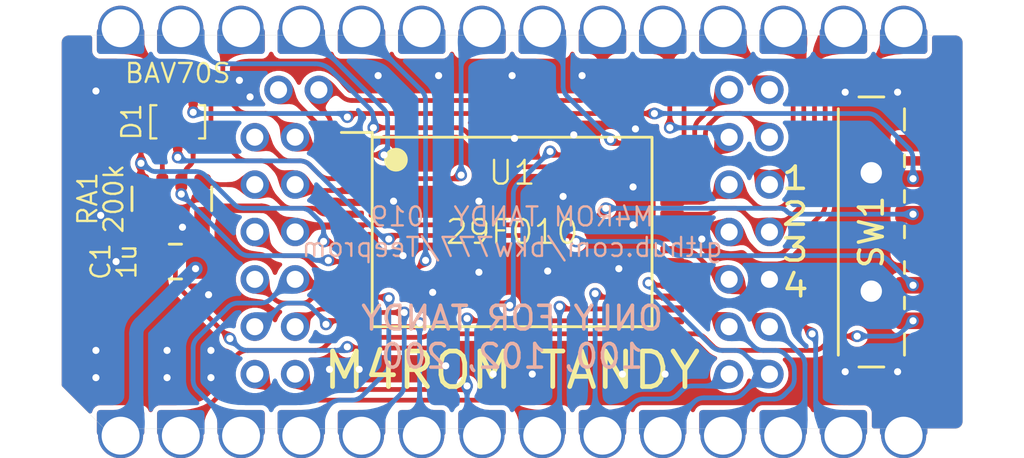
<source format=kicad_pcb>
(kicad_pcb (version 20241229) (generator "pcbnew") (generator_version "9.0")
  (title_block (title "M4ROM TANDY") (date "2025-10-06") (rev "019") (company "Brian White - b.kenyon.w@gmail.com") (comment 1 "CC-BY-SA") (comment 2 "github.com/bkw777/Teeprom") (comment 3 "4-bank Option ROM for TANDY 100/102/200"))
  (layers (0 "F.Cu" signal "Top") (2 "B.Cu" signal "Bottom") (13 "F.Paste" user) (15 "B.Paste" user) (5 "F.SilkS" user "F.Silkscreen") (7 "B.SilkS" user "B.Silkscreen") (1 "F.Mask" user) (3 "B.Mask" user) (25 "Edge.Cuts" user))
  (net 0 "")
  (net 1 "/D3")
  (net 2 "/A10")
  (net 3 "/D4")
  (net 4 "/A7")
  (net 5 "/D5")
  (net 6 "/A6")
  (net 7 "/D6")
  (net 8 "/A5")
  (net 9 "/D7")
  (net 10 "/A4")
  (net 11 "/A11")
  (net 12 "/A3")
  (net 13 "/~{OE}")
  (net 14 "/A2")
  (net 15 "/A13")
  (net 16 "/A1")
  (net 17 "/A0")
  (net 18 "/A12")
  (net 19 "/D0")
  (net 20 "/A9")
  (net 21 "/D1")
  (net 22 "/A8")
  (net 23 "/D2")
  (net 24 "/~{CE}")
  (net 25 "/A14")
  (net 26 "/~{WE}")
  (net 27 "VCC")
  (net 28 "GND")
  (net 29 "/A15")
  (net 32 "/BANK_3")
  (net 33 "/BANK_4")
  (net 34 "/BANK_2")
  (net 35 "/A16")
  (footprint "000_LOCAL:4ROM_prog_female" (layer "F.Cu") (at 147.2184 99.187)
    (property "Reference" "J2" (hide yes))
    (property "Value" "4ROM_prog_female")
  )
  (footprint "000_LOCAL:Molex78802_PCB_28" (layer "F.Cu") (at 147.2184 99.187 90)
    (property "Reference" "J1" (hide yes))
    (property "Value" "Tandy_100_102_200_option_rom" (hide yes))
    (fp_line (start 8 -19) (end -6.5 -19) (stroke (width 0.01)) (layer "Edge.Cuts"))
    (fp_line (start -6.5 -19) (end -8.3 -17.2) (stroke (width 0.01)) (layer "Edge.Cuts"))
    (fp_line (start 8.3 18.7) (end 8.3 -18.7) (stroke (width 0.01)) (layer "Edge.Cuts"))
    (fp_line (start -8.3 18.7) (end -8.3 -17.2) (stroke (width 0.01)) (layer "Edge.Cuts"))
    (fp_line (start -8 19) (end 8 19) (stroke (width 0.01)) (layer "Edge.Cuts"))
    (fp_arc (start 8 -19) (mid 8.212132 -18.912132) (end 8.3 -18.7) (stroke (width 0.01)) (layer "Edge.Cuts"))
    (fp_arc (start 8.3 18.7) (mid 8.212132 18.912132) (end 8 19) (stroke (width 0.01)) (layer "Edge.Cuts"))
    (fp_arc (start -8 19) (mid -8.212132 18.912132) (end -8.3 18.7) (stroke (width 0.01)) (layer "Edge.Cuts"))
  )
  (footprint "000_LOCAL:TSOP32-14mm" (layer "F.Cu") (at 147.2184 99.187)
    (property "Reference" "U1")
    (property "Value" "29F010")
  )
  (footprint "000_LOCAL:TSSOP-6-symmetric" (layer "F.Cu") (at 133.1184 94.537 -90)
    (property "Reference" "D1")
    (property "Value" "BAV70S")
  )
  (footprint "000_LOCAL:C_0805" (layer "F.Cu") (at 133.0184 100.437 180)
    (property "Reference" "C1")
    (property "Value" "1u")
  )
  (footprint "000_LOCAL:R_Array_Convex_4x0612" (layer "F.Cu") (at 132.8684 97.787 -90)
    (property "Reference" "RA1")
    (property "Value" "200k")
  )
  (footprint "000_LOCAL:SW_SP4T_CUS-14B - PTH" (layer "F.Cu") (at 162.6934 99.187 -90)
    (property "Reference" "SW1")
    (property "Value" "CUS-14TB")
  )
  (gr_text "1\n2\n3\n4" (at 159.1564 99.187 0) (layer "F.SilkS") (effects (font (size 0.94 1.2))))
  (gr_text "${TITLE}" (at 147.2184 105.029 0) (layer "F.SilkS") (effects (font (size 1.5 1.5) (thickness 0.2))))
  (gr_text "ONLY FOR TANDY\n100, 102, 200" (at 147.2184 103.632 0) (layer "B.SilkS") (effects (font (size 1 1)) (justify mirror)))
  (gr_text "${TITLE}  ${REVISION}\n${COMMENT2}" (at 147.2184 99.187 0) (layer "B.SilkS") (effects (font (size 0.8 0.8) (thickness 0.1)) (justify mirror)))
  (segment (start 163.7284 91.1225) (end 163.2829 91.1225) (width 0.2) (layer "F.Cu") (net 1))
  (segment (start 160.242664 98.462736) (end 158.744136 99.961264) (width 0.2) (layer "F.Cu") (net 1))
  (segment (start 160.642664 92.262736) (end 160.594136 92.311264) (width 0.2) (layer "F.Cu") (net 1))
  (segment (start 162.069872 92.087) (end 161.066928 92.087) (width 0.2) (layer "F.Cu") (net 1))
  (segment (start 154.0184 98.887) (end 153.9684 98.937) (width 0.2) (layer "F.Cu") (net 1))
  (segment (start 156.6684 99.187) (end 156.3684 99.187) (width 0.2) (layer "F.Cu") (net 1))
  (segment (start 156.0684 98.887) (end 154.0184 98.887) (width 0.2) (layer "F.Cu") (net 1))
  (segment (start 163.2829 91.1225) (end 162.494136 91.911264) (width 0.2) (layer "F.Cu") (net 1))
  (segment (start 160.4184 92.735528) (end 160.4184 98.038472) (width 0.2) (layer "F.Cu") (net 1))
  (segment (start 158.319872 100.137) (end 157.866928 100.137) (width 0.2) (layer "F.Cu") (net 1))
  (segment (start 157.442664 99.961264) (end 156.6684 99.187) (width 0.2) (layer "F.Cu") (net 1))
  (segment (start 156.3684 99.187) (end 156.0684 98.887) (width 0.2) (layer "F.Cu") (net 1))
  (arc (start 160.4184 92.735528) (mid 160.464072 92.505918) (end 160.594136 92.311264) (width 0.2) (layer "F.Cu") (net 1))
  (arc (start 160.4184 98.038472) (mid 160.372728 98.268082) (end 160.242664 98.462736) (width 0.2) (layer "F.Cu") (net 1))
  (arc (start 158.319872 100.137) (mid 158.549482 100.091328) (end 158.744136 99.961264) (width 0.2) (layer "F.Cu") (net 1))
  (arc (start 157.866928 100.137) (mid 157.637318 100.091328) (end 157.442664 99.961264) (width 0.2) (layer "F.Cu") (net 1))
  (arc (start 161.066928 92.087) (mid 160.837318 92.132672) (end 160.642664 92.262736) (width 0.2) (layer "F.Cu") (net 1))
  (arc (start 162.494136 91.911264) (mid 162.299482 92.041328) (end 162.069872 92.087) (width 0.2) (layer "F.Cu") (net 1))
  (segment (start 143.344872 103.637) (end 140.992664 103.637) (width 0.2) (layer "F.Cu") (net 2))
  (segment (start 138.919872 104.187) (end 136.066928 104.187) (width 0.2) (layer "F.Cu") (net 2))
  (segment (start 139.742664 103.612736) (end 139.344136 104.011264) (width 0.2) (layer "F.Cu") (net 2))
  (segment (start 144.867664 102.362736) (end 143.769136 103.461264) (width 0.2) (layer "F.Cu") (net 2))
  (segment (start 155.094136 94.461264) (end 156.3684 93.187) (width 0.2) (layer "F.Cu") (net 2))
  (segment (start 148.8184 95.787) (end 148.9684 95.937) (width 0.2) (layer "F.Cu") (net 2))
  (segment (start 140.780532 103.549132) (end 140.756268 103.524868) (width 0.2) (layer "F.Cu") (net 2))
  (segment (start 147.1184 102.287) (end 147.0184 102.187) (width 0.2) (layer "F.Cu") (net 2))
  (segment (start 135.092664 105.862736) (end 133.7039 107.2515) (width 0.2) (layer "F.Cu") (net 2))
  (segment (start 135.2684 104.985528) (end 135.2684 105.438472) (width 0.2) (layer "F.Cu") (net 2))
  (segment (start 140.544136 103.437) (end 140.166928 103.437) (width 0.2) (layer "F.Cu") (net 2))
  (segment (start 135.642664 104.362736) (end 135.444136 104.561264) (width 0.2) (layer "F.Cu") (net 2))
  (segment (start 148.9684 95.937) (end 153.9684 95.937) (width 0.2) (layer "F.Cu") (net 2))
  (segment (start 153.9684 95.937) (end 154.0184 95.887) (width 0.2) (layer "F.Cu") (net 2))
  (segment (start 154.9184 95.421315) (end 154.9184 94.885528) (width 0.2) (layer "F.Cu") (net 2))
  (segment (start 154.0184 95.887) (end 154.452715 95.887) (width 0.2) (layer "F.Cu") (net 2))
  (segment (start 154.735558 95.769842) (end 154.801243 95.704157) (width 0.2) (layer "F.Cu") (net 2))
  (segment (start 147.0184 102.187) (end 145.291928 102.187) (width 0.2) (layer "F.Cu") (net 2))
  (segment (start 133.7039 107.2515) (end 133.2484 107.2515) (width 0.2) (layer "F.Cu") (net 2))
  (via (at 148.8184 95.787) (size 0.5) (drill 0.3) (layers "F.Cu" "B.Cu") (net 2))
  (via (at 147.1184 102.287) (size 0.5) (drill 0.3) (layers "F.Cu" "B.Cu") (net 2))
  (arc (start 154.452715 95.887) (mid 154.605789 95.856552) (end 154.735558 95.769842) (width 0.2) (layer "F.Cu") (net 2))
  (arc (start 135.2684 105.438472) (mid 135.222728 105.668082) (end 135.092664 105.862736) (width 0.2) (layer "F.Cu") (net 2))
  (arc (start 145.291928 102.187) (mid 145.062318 102.232672) (end 144.867664 102.362736) (width 0.2) (layer "F.Cu") (net 2))
  (arc (start 143.769136 103.461264) (mid 143.574482 103.591328) (end 143.344872 103.637) (width 0.2) (layer "F.Cu") (net 2))
  (arc (start 140.992664 103.637) (mid 140.877859 103.614164) (end 140.780532 103.549132) (width 0.2) (layer "F.Cu") (net 2))
  (arc (start 140.756268 103.524868) (mid 140.658941 103.459836) (end 140.544136 103.437) (width 0.2) (layer "F.Cu") (net 2))
  (arc (start 135.444136 104.561264) (mid 135.314072 104.755918) (end 135.2684 104.985528) (width 0.2) (layer "F.Cu") (net 2))
  (arc (start 136.066928 104.187) (mid 135.837318 104.232672) (end 135.642664 104.362736) (width 0.2) (layer "F.Cu") (net 2))
  (arc (start 154.9184 95.421315) (mid 154.887952 95.574388) (end 154.801243 95.704157) (width 0.2) (layer "F.Cu") (net 2))
  (arc (start 155.094136 94.461264) (mid 154.964072 94.655918) (end 154.9184 94.885528) (width 0.2) (layer "F.Cu") (net 2))
  (arc (start 140.166928 103.437) (mid 139.937318 103.482672) (end 139.742664 103.612736) (width 0.2) (layer "F.Cu") (net 2))
  (arc (start 139.344136 104.011264) (mid 139.149482 104.141328) (end 138.919872 104.187) (width 0.2) (layer "F.Cu") (net 2))
  (segment (start 147.2684 97.585528) (end 147.2684 102.137) (width 0.2) (layer "B.Cu") (net 2))
  (segment (start 147.2684 102.137) (end 147.1184 102.287) (width 0.2) (layer "B.Cu") (net 2))
  (segment (start 148.8184 95.787) (end 147.444136 97.161264) (width 0.2) (layer "B.Cu") (net 2))
  (arc (start 147.2684 97.585528) (mid 147.314072 97.355918) (end 147.444136 97.161264) (width 0.2) (layer "B.Cu") (net 2))
  (segment (start 159.9684 91.887) (end 159.9684 97.288472) (width 0.2) (layer "F.Cu") (net 3))
  (segment (start 157.8184 99.187) (end 156.994136 98.362736) (width 0.2) (layer "F.Cu") (net 3))
  (segment (start 161.1884 90.5868) (end 161.1884 91.1225) (width 0.2) (layer "F.Cu") (net 3))
  (segment (start 156.569872 98.187) (end 155.984085 98.187) (width 0.2) (layer "F.Cu") (net 3))
  (segment (start 155.701242 98.304158) (end 155.685557 98.319843) (width 0.2) (layer "F.Cu") (net 3))
  (segment (start 155.402715 98.437) (end 153.9684 98.437) (width 0.2) (layer "F.Cu") (net 3))
  (segment (start 158.3184 99.187) (end 158.0684 99.187) (width 0.2) (layer "F.Cu") (net 3))
  (segment (start 161.1884 91.1225) (end 160.7329 91.1225) (width 0.2) (layer "F.Cu") (net 3))
  (segment (start 160.7329 91.1225) (end 159.9684 91.887) (width 0.2) (layer "F.Cu") (net 3))
  (segment (start 158.0684 99.187) (end 157.8184 99.187) (width 0.2) (layer "F.Cu") (net 3))
  (segment (start 159.792664 97.712736) (end 158.3184 99.187) (width 0.2) (layer "F.Cu") (net 3))
  (arc (start 155.984085 98.187) (mid 155.831011 98.217448) (end 155.701242 98.304158) (width 0.2) (layer "F.Cu") (net 3))
  (arc (start 159.9684 97.288472) (mid 159.922728 97.518082) (end 159.792664 97.712736) (width 0.2) (layer "F.Cu") (net 3))
  (arc (start 155.685557 98.319843) (mid 155.555788 98.406552) (end 155.402715 98.437) (width 0.2) (layer "F.Cu") (net 3))
  (arc (start 156.994136 98.362736) (mid 156.799482 98.232672) (end 156.569872 98.187) (width 0.2) (layer "F.Cu") (net 3))
  (segment (start 140.4684 101.437) (end 138.3184 101.437) (width 0.2) (layer "F.Cu") (net 4))
  (segment (start 138.3184 101.437) (end 138.0684 101.187) (width 0.2) (layer "F.Cu") (net 4))
  (segment (start 133.7684 105.438472) (end 133.7684 104.085528) (width 0.2) (layer "B.Cu") (net 4))
  (segment (start 137.044136 102.011264) (end 137.8684 101.187) (width 0.2) (layer "B.Cu") (net 4))
  (segment (start 137.8684 101.187) (end 138.0684 101.187) (width 0.2) (layer "B.Cu") (net 4))
  (segment (start 135.666928 102.187) (end 136.619872 102.187) (width 0.2) (layer "B.Cu") (net 4))
  (segment (start 133.944136 103.661264) (end 135.242664 102.362736) (width 0.2) (layer "B.Cu") (net 4))
  (segment (start 135.7884 107.2515) (end 135.3329 107.2515) (width 0.2) (layer "B.Cu") (net 4))
  (segment (start 135.3329 107.2515) (end 133.944136 105.862736) (width 0.2) (layer "B.Cu") (net 4))
  (arc (start 133.7684 105.438472) (mid 133.814072 105.668082) (end 133.944136 105.862736) (width 0.2) (layer "B.Cu") (net 4))
  (arc (start 135.666928 102.187) (mid 135.437318 102.232672) (end 135.242664 102.362736) (width 0.2) (layer "B.Cu") (net 4))
  (arc (start 136.619872 102.187) (mid 136.849482 102.141328) (end 137.044136 102.011264) (width 0.2) (layer "B.Cu") (net 4))
  (arc (start 133.944136 103.661264) (mid 133.814072 103.855918) (end 133.7684 104.085528) (width 0.2) (layer "B.Cu") (net 4))
  (segment (start 155.119872 97.937) (end 153.9684 97.937) (width 0.2) (layer "F.Cu") (net 5))
  (segment (start 159.5184 91.537) (end 159.5184 96.988472) (width 0.2) (layer "F.Cu") (net 5))
  (segment (start 158.319872 98.187) (end 157.866928 98.187) (width 0.2) (layer "F.Cu") (net 5))
  (segment (start 158.6484 91.1225) (end 159.1039 91.1225) (width 0.2) (layer "F.Cu") (net 5))
  (segment (start 156.1184 97.187) (end 155.544136 97.761264) (width 0.2) (layer "F.Cu") (net 5))
  (segment (start 159.1039 91.1225) (end 159.5184 91.537) (width 0.2) (layer "F.Cu") (net 5))
  (segment (start 159.342664 97.412736) (end 158.744136 98.011264) (width 0.2) (layer "F.Cu") (net 5))
  (segment (start 156.6184 97.187) (end 156.3684 97.187) (width 0.2) (layer "F.Cu") (net 5))
  (segment (start 156.3684 97.187) (end 156.1184 97.187) (width 0.2) (layer "F.Cu") (net 5))
  (segment (start 157.442664 98.011264) (end 156.6184 97.187) (width 0.2) (layer "F.Cu") (net 5))
  (arc (start 155.119872 97.937) (mid 155.349482 97.891328) (end 155.544136 97.761264) (width 0.2) (layer "F.Cu") (net 5))
  (arc (start 159.5184 96.988472) (mid 159.472728 97.218082) (end 159.342664 97.412736) (width 0.2) (layer "F.Cu") (net 5))
  (arc (start 157.866928 98.187) (mid 157.637318 98.141328) (end 157.442664 98.011264) (width 0.2) (layer "F.Cu") (net 5))
  (arc (start 158.319872 98.187) (mid 158.549482 98.141328) (end 158.744136 98.011264) (width 0.2) (layer "F.Cu") (net 5))
  (segment (start 138.402715 102.187) (end 137.616928 102.187) (width 0.2) (layer "F.Cu") (net 6))
  (segment (start 141.9684 101.937) (end 140.4684 101.937) (width 0.2) (layer "F.Cu") (net 6))
  (segment (start 138.701242 102.054158) (end 138.685557 102.069843) (width 0.2) (layer "F.Cu") (net 6))
  (segment (start 140.4684 101.937) (end 138.984085 101.937) (width 0.2) (layer "F.Cu") (net 6))
  (segment (start 137.192664 102.011264) (end 136.3684 101.187) (width 0.2) (layer "F.Cu") (net 6))
  (segment (start 142.0184 101.987) (end 141.9684 101.937) (width 0.2) (layer "F.Cu") (net 6))
  (via (at 142.0184 101.987) (size 0.5) (drill 0.3) (layers "F.Cu" "B.Cu") (net 6))
  (arc (start 137.616928 102.187) (mid 137.387318 102.141328) (end 137.192664 102.011264) (width 0.2) (layer "F.Cu") (net 6))
  (arc (start 138.701242 102.054158) (mid 138.831011 101.967449) (end 138.984085 101.937) (width 0.2) (layer "F.Cu") (net 6))
  (arc (start 138.402715 102.187) (mid 138.555788 102.156552) (end 138.685557 102.069843) (width 0.2) (layer "F.Cu") (net 6))
  (segment (start 138.7539 107.2515) (end 138.3284 107.2515) (width 0.2) (layer "B.Cu") (net 6))
  (segment (start 141.842664 105.162736) (end 140.894136 106.111264) (width 0.2) (layer "B.Cu") (net 6))
  (segment (start 140.469872 106.287) (end 139.966928 106.287) (width 0.2) (layer "B.Cu") (net 6))
  (segment (start 139.542664 106.462736) (end 138.7539 107.2515) (width 0.2) (layer "B.Cu") (net 6))
  (segment (start 142.0184 101.987) (end 142.0184 104.738472) (width 0.2) (layer "B.Cu") (net 6))
  (arc (start 140.894136 106.111264) (mid 140.699482 106.241328) (end 140.469872 106.287) (width 0.2) (layer "B.Cu") (net 6))
  (arc (start 139.966928 106.287) (mid 139.737318 106.332672) (end 139.542664 106.462736) (width 0.2) (layer "B.Cu") (net 6))
  (arc (start 141.842664 105.162736) (mid 141.972728 104.968082) (end 142.0184 104.738472) (width 0.2) (layer "B.Cu") (net 6))
  (segment (start 158.0684 97.187) (end 157.244136 96.362736) (width 0.2) (layer "F.Cu") (net 7))
  (segment (start 158.892664 96.362736) (end 158.0684 97.187) (width 0.2) (layer "F.Cu") (net 7))
  (segment (start 155.867664 96.362736) (end 154.969136 97.261264) (width 0.2) (layer "F.Cu") (net 7))
  (segment (start 157.816928 92.137) (end 158.319872 92.137) (width 0.2) (layer "F.Cu") (net 7))
  (segment (start 158.744136 92.312736) (end 158.892664 92.461264) (width 0.2) (layer "F.Cu") (net 7))
  (segment (start 156.5539 91.1225) (end 157.392664 91.961264) (width 0.2) (layer "F.Cu") (net 7))
  (segment (start 154.544872 97.437) (end 153.9684 97.437) (width 0.2) (layer "F.Cu") (net 7))
  (segment (start 156.1084 91.1225) (end 156.5539 91.1225) (width 0.2) (layer "F.Cu") (net 7))
  (segment (start 159.0684 92.885528) (end 159.0684 95.938472) (width 0.2) (layer "F.Cu") (net 7))
  (segment (start 156.819872 96.187) (end 156.291928 96.187) (width 0.2) (layer "F.Cu") (net 7))
  (arc (start 158.892664 96.362736) (mid 159.022728 96.168082) (end 159.0684 95.938472) (width 0.2) (layer "F.Cu") (net 7))
  (arc (start 157.816928 92.137) (mid 157.587318 92.091328) (end 157.392664 91.961264) (width 0.2) (layer "F.Cu") (net 7))
  (arc (start 158.319872 92.137) (mid 158.549482 92.182672) (end 158.744136 92.312736) (width 0.2) (layer "F.Cu") (net 7))
  (arc (start 155.867664 96.362736) (mid 156.062318 96.232672) (end 156.291928 96.187) (width 0.2) (layer "F.Cu") (net 7))
  (arc (start 158.892664 92.461264) (mid 159.022728 92.655918) (end 159.0684 92.885528) (width 0.2) (layer "F.Cu") (net 7))
  (arc (start 154.969136 97.261264) (mid 154.774482 97.391328) (end 154.544872 97.437) (width 0.2) (layer "F.Cu") (net 7))
  (arc (start 157.244136 96.362736) (mid 157.049482 96.232672) (end 156.819872 96.187) (width 0.2) (layer "F.Cu") (net 7))
  (segment (start 138.842664 102.612736) (end 138.2684 103.187) (width 0.2) (layer "F.Cu") (net 8))
  (segment (start 141.339847 102.437) (end 140.4684 102.437) (width 0.2) (layer "F.Cu") (net 8))
  (segment (start 140.4684 102.437) (end 139.266928 102.437) (width 0.2) (layer "F.Cu") (net 8))
  (segment (start 138.2684 103.187) (end 138.0684 103.187) (width 0.2) (layer "F.Cu") (net 8))
  (segment (start 141.520176 102.513776) (end 141.516623 102.510223) (width 0.2) (layer "F.Cu") (net 8))
  (segment (start 142.6684 102.587) (end 141.696953 102.587) (width 0.2) (layer "F.Cu") (net 8))
  (via (at 142.6684 102.587) (size 0.5) (drill 0.3) (layers "F.Cu" "B.Cu") (net 8))
  (arc (start 141.516623 102.510223) (mid 141.435517 102.45603) (end 141.339847 102.437) (width 0.2) (layer "F.Cu") (net 8))
  (arc (start 138.842664 102.612736) (mid 139.037318 102.482672) (end 139.266928 102.437) (width 0.2) (layer "F.Cu") (net 8))
  (arc (start 141.696953 102.587) (mid 141.601282 102.56797) (end 141.520176 102.513776) (width 0.2) (layer "F.Cu") (net 8))
  (segment (start 142.492664 106.062736) (end 141.3039 107.2515) (width 0.2) (layer "B.Cu") (net 8))
  (segment (start 141.3039 107.2515) (end 140.8684 107.2515) (width 0.2) (layer "B.Cu") (net 8))
  (segment (start 142.6684 102.587) (end 142.6684 105.638472) (width 0.2) (layer "B.Cu") (net 8))
  (arc (start 142.492664 106.062736) (mid 142.622728 105.868082) (end 142.6684 105.638472) (width 0.2) (layer "B.Cu") (net 8))
  (segment (start 154.894136 96.761264) (end 156.3684 95.287) (width 0.2) (layer "F.Cu") (net 9))
  (segment (start 153.8684 94.787) (end 153.8684 90.8868) (width 0.2) (layer "F.Cu") (net 9))
  (segment (start 153.8684 90.8868) (end 153.5684 90.5868) (width 0.2) (layer "F.Cu") (net 9))
  (segment (start 156.3684 95.287) (end 156.3684 95.187) (width 0.2) (layer "F.Cu") (net 9))
  (segment (start 153.9684 96.937) (end 154.469872 96.937) (width 0.2) (layer "F.Cu") (net 9))
  (via (at 153.8684 94.787) (size 0.5) (drill 0.3) (layers "F.Cu" "B.Cu") (net 9))
  (arc (start 154.894136 96.761264) (mid 154.699482 96.891328) (end 154.469872 96.937) (width 0.2) (layer "F.Cu") (net 9))
  (segment (start 155.9684 94.787) (end 156.3684 95.187) (width 0.2) (layer "B.Cu") (net 9))
  (segment (start 153.8684 94.787) (end 155.9684 94.787) (width 0.2) (layer "B.Cu") (net 9))
  (segment (start 143.1684 103.187) (end 141.234085 103.187) (width 0.2) (layer "F.Cu") (net 10))
  (segment (start 140.951242 103.069842) (end 140.8184 102.937) (width 0.2) (layer "F.Cu") (net 10))
  (segment (start 139.3684 103.087) (end 139.5184 102.937) (width 0.2) (layer "F.Cu") (net 10))
  (segment (start 139.5184 102.937) (end 140.4684 102.937) (width 0.2) (layer "F.Cu") (net 10))
  (segment (start 143.3184 103.037) (end 143.1684 103.187) (width 0.2) (layer "F.Cu") (net 10))
  (segment (start 140.8184 102.937) (end 140.4684 102.937) (width 0.2) (layer "F.Cu") (net 10))
  (via (at 139.3684 103.087) (size 0.5) (drill 0.3) (layers "F.Cu" "B.Cu") (net 10))
  (via (at 143.3184 103.037) (size 0.5) (drill 0.3) (layers "F.Cu" "B.Cu") (net 10))
  (arc (start 141.234085 103.187) (mid 141.081011 103.156552) (end 140.951242 103.069842) (width 0.2) (layer "F.Cu") (net 10))
  (segment (start 139.3684 103.087) (end 139.3684 102.987) (width 0.2) (layer "B.Cu") (net 10))
  (segment (start 138.319872 102.187) (end 137.816928 102.187) (width 0.2) (layer "B.Cu") (net 10))
  (segment (start 139.3684 102.987) (end 138.744136 102.362736) (width 0.2) (layer "B.Cu") (net 10))
  (segment (start 143.3184 107.6972) (end 143.4084 107.7872) (width 0.2) (layer "B.Cu") (net 10))
  (segment (start 143.3184 103.037) (end 143.3184 107.6972) (width 0.2) (layer "B.Cu") (net 10))
  (segment (start 137.392664 102.362736) (end 136.5684 103.187) (width 0.2) (layer "B.Cu") (net 10))
  (segment (start 136.5684 103.187) (end 136.3684 103.187) (width 0.2) (layer "B.Cu") (net 10))
  (arc (start 138.319872 102.187) (mid 138.549482 102.232672) (end 138.744136 102.362736) (width 0.2) (layer "B.Cu") (net 10))
  (arc (start 137.816928 102.187) (mid 137.587318 102.232672) (end 137.392664 102.362736) (width 0.2) (layer "B.Cu") (net 10))
  (segment (start 139.5684 94.635528) (end 139.5684 94.638472) (width 0.2) (layer "F.Cu") (net 11))
  (segment (start 139.7684 93.187) (end 140.042664 93.461264) (width 0.2) (layer "F.Cu") (net 11))
  (segment (start 151.0284 92.678472) (end 151.0284 91.1225) (width 0.2) (layer "F.Cu") (net 11))
  (segment (start 140.466928 93.637) (end 150.069872 93.637) (width 0.2) (layer "F.Cu") (net 11))
  (segment (start 139.0684 93.187) (end 139.7684 93.187) (width 0.2) (layer "F.Cu") (net 11))
  (segment (start 150.494136 93.461264) (end 150.852664 93.102736) (width 0.2) (layer "F.Cu") (net 11))
  (segment (start 140.1184 95.437) (end 140.4684 95.437) (width 0.2) (layer "F.Cu") (net 11))
  (segment (start 139.744136 95.062736) (end 140.1184 95.437) (width 0.2) (layer "F.Cu") (net 11))
  (segment (start 139.0684 93.187) (end 139.0684 93.887) (width 0.2) (layer "F.Cu") (net 11))
  (segment (start 139.0684 93.887) (end 139.392664 94.211264) (width 0.2) (layer "F.Cu") (net 11))
  (arc (start 139.5684 94.635528) (mid 139.522728 94.405918) (end 139.392664 94.211264) (width 0.2) (layer "F.Cu") (net 11))
  (arc (start 140.042664 93.461264) (mid 140.237318 93.591328) (end 140.466928 93.637) (width 0.2) (layer "F.Cu") (net 11))
  (arc (start 151.0284 92.678472) (mid 150.982728 92.908082) (end 150.852664 93.102736) (width 0.2) (layer "F.Cu") (net 11))
  (arc (start 139.5684 94.638472) (mid 139.614072 94.868082) (end 139.744136 95.062736) (width 0.2) (layer "F.Cu") (net 11))
  (arc (start 150.069872 93.637) (mid 150.299482 93.591328) (end 150.494136 93.461264) (width 0.2) (layer "F.Cu") (net 11))
  (segment (start 145.4184 102.937) (end 153.9684 102.937) (width 0.2) (layer "F.Cu") (net 12))
  (segment (start 145.3184 102.837) (end 145.4184 102.937) (width 0.2) (layer "F.Cu") (net 12))
  (segment (start 138.7184 105.837) (end 138.0684 105.187) (width 0.2) (layer "F.Cu") (net 12))
  (segment (start 145.1684 105.837) (end 138.7184 105.837) (width 0.2) (layer "F.Cu") (net 12))
  (segment (start 145.3184 105.687) (end 145.1684 105.837) (width 0.2) (layer "F.Cu") (net 12))
  (via (at 145.3184 105.687) (size 0.5) (drill 0.3) (layers "F.Cu" "B.Cu") (net 12))
  (via (at 145.3184 102.837) (size 0.5) (drill 0.3) (layers "F.Cu" "B.Cu") (net 12))
  (segment (start 145.3184 106.6215) (end 145.9484 107.2515) (width 0.2) (layer "B.Cu") (net 12))
  (segment (start 145.3184 105.687) (end 145.3184 106.6215) (width 0.2) (layer "B.Cu") (net 12))
  (segment (start 145.3184 102.837) (end 145.3184 105.687) (width 0.2) (layer "B.Cu") (net 12))
  (segment (start 157.8684 93.187) (end 157.044136 92.362736) (width 0.2) (layer "F.Cu") (net 13))
  (segment (start 154.3184 95.437) (end 153.9684 95.437) (width 0.2) (layer "F.Cu") (net 13))
  (segment (start 158.0684 93.187) (end 157.8684 93.187) (width 0.2) (layer "F.Cu") (net 13))
  (segment (start 151.5184 95.437) (end 153.9684 95.437) (width 0.2) (layer "F.Cu") (net 13))
  (segment (start 154.4684 93.835528) (end 154.4684 95.121315) (width 0.2) (layer "F.Cu") (net 13))
  (segment (start 156.619872 92.187) (end 156.116928 92.187) (width 0.2) (layer "F.Cu") (net 13))
  (segment (start 151.3684 95.287) (end 151.5184 95.437) (width 0.2) (layer "F.Cu") (net 13))
  (segment (start 154.351242 95.404158) (end 154.3184 95.437) (width 0.2) (layer "F.Cu") (net 13))
  (segment (start 155.692664 92.362736) (end 154.644136 93.411264) (width 0.2) (layer "F.Cu") (net 13))
  (via (at 151.3684 95.287) (size 0.5) (drill 0.3) (layers "F.Cu" "B.Cu") (net 13))
  (arc (start 154.4684 95.121315) (mid 154.437952 95.274389) (end 154.351242 95.404158) (width 0.2) (layer "F.Cu") (net 13))
  (arc (start 157.044136 92.362736) (mid 156.849482 92.232672) (end 156.619872 92.187) (width 0.2) (layer "F.Cu") (net 13))
  (arc (start 154.4684 93.835528) (mid 154.514072 93.605918) (end 154.644136 93.411264) (width 0.2) (layer "F.Cu") (net 13))
  (arc (start 156.116928 92.187) (mid 155.887318 92.232672) (end 155.692664 92.362736) (width 0.2) (layer "F.Cu") (net 13))
  (segment (start 149.3684 93.038472) (end 149.3684 91.737) (width 0.2) (layer "B.Cu") (net 13))
  (segment (start 151.3684 95.287) (end 149.544136 93.462736) (width 0.2) (layer "B.Cu") (net 13))
  (segment (start 148.7539 91.1225) (end 148.4884 91.1225) (width 0.2) (layer "B.Cu") (net 13))
  (segment (start 149.3684 91.737) (end 148.7539 91.1225) (width 0.2) (layer "B.Cu") (net 13))
  (arc (start 149.3684 93.038472) (mid 149.414072 93.268082) (end 149.544136 93.462736) (width 0.2) (layer "B.Cu") (net 13))
  (segment (start 149.2184 102.337) (end 149.3184 102.437) (width 0.2) (layer "F.Cu") (net 14))
  (segment (start 146.819872 106.287) (end 137.716928 106.287) (width 0.2) (layer "F.Cu") (net 14))
  (segment (start 149.3184 102.437) (end 153.9684 102.437) (width 0.2) (layer "F.Cu") (net 14))
  (segment (start 148.0329 107.2515) (end 147.244136 106.462736) (width 0.2) (layer "F.Cu") (net 14))
  (segment (start 137.292664 106.111264) (end 136.3684 105.187) (width 0.2) (layer "F.Cu") (net 14))
  (segment (start 148.4884 107.2515) (end 148.0329 107.2515) (width 0.2) (layer "F.Cu") (net 14))
  (via (at 149.2184 102.337) (size 0.5) (drill 0.3) (layers "F.Cu" "B.Cu") (net 14))
  (arc (start 137.716928 106.287) (mid 137.487318 106.241328) (end 137.292664 106.111264) (width 0.2) (layer "F.Cu") (net 14))
  (arc (start 146.819872 106.287) (mid 147.049482 106.332672) (end 147.244136 106.462736) (width 0.2) (layer "F.Cu") (net 14))
  (segment (start 148.6539 107.2515) (end 148.4884 107.2515) (width 0.2) (layer "B.Cu") (net 14))
  (segment (start 149.2184 102.337) (end 149.2184 106.687) (width 0.2) (layer "B.Cu") (net 14))
  (segment (start 149.2184 106.687) (end 148.6539 107.2515) (width 0.2) (layer "B.Cu") (net 14))
  (segment (start 144.9184 96.937) (end 140.4684 96.937) (width 0.2) (layer "F.Cu") (net 15))
  (segment (start 136.6184 95.187) (end 136.3684 95.187) (width 0.2) (layer "F.Cu") (net 15))
  (segment (start 140.4684 96.937) (end 139.516928 96.937) (width 0.2) (layer "F.Cu") (net 15))
  (segment (start 139.092664 96.761264) (end 138.694136 96.362736) (width 0.2) (layer "F.Cu") (net 15))
  (segment (start 137.442664 96.011264) (end 136.6184 95.187) (width 0.2) (layer "F.Cu") (net 15))
  (segment (start 138.269872 96.187) (end 137.866928 96.187) (width 0.2) (layer "F.Cu") (net 15))
  (segment (start 145.0684 96.787) (end 144.9184 96.937) (width 0.2) (layer "F.Cu") (net 15))
  (via (at 145.0684 96.787) (size 0.5) (drill 0.3) (layers "F.Cu" "B.Cu") (net 15))
  (arc (start 137.442664 96.011264) (mid 137.637318 96.141328) (end 137.866928 96.187) (width 0.2) (layer "F.Cu") (net 15))
  (arc (start 139.516928 96.937) (mid 139.287318 96.891328) (end 139.092664 96.761264) (width 0.2) (layer "F.Cu") (net 15))
  (arc (start 138.694136 96.362736) (mid 138.499482 96.232672) (end 138.269872 96.187) (width 0.2) (layer "F.Cu") (net 15))
  (segment (start 145.0684 91.687) (end 145.6329 91.1225) (width 0.2) (layer "B.Cu") (net 15))
  (segment (start 145.0684 96.787) (end 145.0684 91.687) (width 0.2) (layer "B.Cu") (net 15))
  (segment (start 145.6329 91.1225) (end 145.9484 91.1225) (width 0.2) (layer "B.Cu") (net 15))
  (segment (start 150.7184 101.787) (end 150.8684 101.937) (width 0.2) (layer "F.Cu") (net 16))
  (segment (start 150.8684 101.937) (end 153.9684 101.937) (width 0.2) (layer "F.Cu") (net 16))
  (via (at 150.7184 101.787) (size 0.5) (drill 0.3) (layers "F.Cu" "B.Cu") (net 16))
  (segment (start 151.0284 107.2515) (end 151.5039 107.2515) (width 0.2) (layer "B.Cu") (net 16))
  (segment (start 154.194136 106.061264) (end 154.392664 105.862736) (width 0.2) (layer "B.Cu") (net 16))
  (segment (start 154.816928 105.687) (end 155.619872 105.687) (width 0.2) (layer "B.Cu") (net 16))
  (segment (start 151.5039 107.2515) (end 152.342664 106.412736) (width 0.2) (layer "B.Cu") (net 16))
  (segment (start 150.7184 106.9415) (end 151.0284 107.2515) (width 0.2) (layer "B.Cu") (net 16))
  (segment (start 152.766928 106.237) (end 153.769872 106.237) (width 0.2) (layer "B.Cu") (net 16))
  (segment (start 150.7184 101.787) (end 150.7184 106.9415) (width 0.2) (layer "B.Cu") (net 16))
  (segment (start 156.044136 105.511264) (end 156.3684 105.187) (width 0.2) (layer "B.Cu") (net 16))
  (arc (start 154.194136 106.061264) (mid 153.999482 106.191328) (end 153.769872 106.237) (width 0.2) (layer "B.Cu") (net 16))
  (arc (start 154.392664 105.862736) (mid 154.587318 105.732672) (end 154.816928 105.687) (width 0.2) (layer "B.Cu") (net 16))
  (arc (start 152.342664 106.412736) (mid 152.537318 106.282672) (end 152.766928 106.237) (width 0.2) (layer "B.Cu") (net 16))
  (arc (start 155.619872 105.687) (mid 155.849482 105.641328) (end 156.044136 105.511264) (width 0.2) (layer "B.Cu") (net 16))
  (segment (start 152.9684 101.337) (end 153.0684 101.437) (width 0.2) (layer "F.Cu") (net 17))
  (segment (start 153.0684 101.437) (end 153.9684 101.437) (width 0.2) (layer "F.Cu") (net 17))
  (via (at 152.9684 101.337) (size 0.5) (drill 0.3) (layers "F.Cu" "B.Cu") (net 17))
  (segment (start 156.944136 106.011264) (end 157.7684 105.187) (width 0.2) (layer "B.Cu") (net 17))
  (segment (start 156.619872 104.187) (end 156.066928 104.187) (width 0.2) (layer "B.Cu") (net 17))
  (segment (start 154.0039 107.2515) (end 154.892664 106.362736) (width 0.2) (layer "B.Cu") (net 17))
  (segment (start 157.8684 105.187) (end 157.044136 104.362736) (width 0.2) (layer "B.Cu") (net 17))
  (segment (start 155.316928 106.187) (end 156.519872 106.187) (width 0.2) (layer "B.Cu") (net 17))
  (segment (start 157.7684 105.187) (end 157.8684 105.187) (width 0.2) (layer "B.Cu") (net 17))
  (segment (start 153.5684 107.2515) (end 154.0039 107.2515) (width 0.2) (layer "B.Cu") (net 17))
  (segment (start 157.8684 105.187) (end 158.0684 105.187) (width 0.2) (layer "B.Cu") (net 17))
  (segment (start 155.642664 104.011264) (end 152.9684 101.337) (width 0.2) (layer "B.Cu") (net 17))
  (arc (start 154.892664 106.362736) (mid 155.087318 106.232672) (end 155.316928 106.187) (width 0.2) (layer "B.Cu") (net 17))
  (arc (start 156.944136 106.011264) (mid 156.749482 106.141328) (end 156.519872 106.187) (width 0.2) (layer "B.Cu") (net 17))
  (arc (start 156.066928 104.187) (mid 155.837318 104.141328) (end 155.642664 104.011264) (width 0.2) (layer "B.Cu") (net 17))
  (arc (start 156.619872 104.187) (mid 156.849482 104.232672) (end 157.044136 104.362736) (width 0.2) (layer "B.Cu") (net 17))
  (segment (start 143.5684 100.387) (end 143.194136 100.761264) (width 0.2) (layer "F.Cu") (net 18))
  (segment (start 140.4184 100.987) (end 140.4684 100.937) (width 0.2) (layer "F.Cu") (net 18))
  (segment (start 136.3684 99.187) (end 137.192664 100.011264) (width 0.2) (layer "F.Cu") (net 18))
  (segment (start 142.769872 100.937) (end 140.4684 100.937) (width 0.2) (layer "F.Cu") (net 18))
  (segment (start 138.594136 100.362736) (end 139.042664 100.811264) (width 0.2) (layer "F.Cu") (net 18))
  (segment (start 139.466928 100.987) (end 140.4184 100.987) (width 0.2) (layer "F.Cu") (net 18))
  (segment (start 137.616928 100.187) (end 138.169872 100.187) (width 0.2) (layer "F.Cu") (net 18))
  (via (at 143.5684 100.387) (size 0.5) (drill 0.3) (layers "F.Cu" "B.Cu") (net 18))
  (arc (start 138.594136 100.362736) (mid 138.399482 100.232672) (end 138.169872 100.187) (width 0.2) (layer "F.Cu") (net 18))
  (arc (start 137.192664 100.011264) (mid 137.387318 100.141328) (end 137.616928 100.187) (width 0.2) (layer "F.Cu") (net 18))
  (arc (start 139.042664 100.811264) (mid 139.237318 100.941328) (end 139.466928 100.987) (width 0.2) (layer "F.Cu") (net 18))
  (arc (start 142.769872 100.937) (mid 142.999482 100.891328) (end 143.194136 100.761264) (width 0.2) (layer "F.Cu") (net 18))
  (segment (start 143.5684 100.387) (end 143.5684 93.635528) (width 0.2) (layer "B.Cu") (net 18))
  (segment (start 143.392664 93.211264) (end 141.3039 91.1225) (width 0.2) (layer "B.Cu") (net 18))
  (segment (start 141.3039 91.1225) (end 140.8684 91.1225) (width 0.2) (layer "B.Cu") (net 18))
  (arc (start 143.5684 93.635528) (mid 143.522728 93.405918) (end 143.392664 93.211264) (width 0.2) (layer "B.Cu") (net 18))
  (segment (start 154.452715 100.987) (end 154.0184 100.987) (width 0.2) (layer "F.Cu") (net 19))
  (segment (start 154.751242 101.119842) (end 154.735557 101.104157) (width 0.2) (layer "F.Cu") (net 19))
  (segment (start 156.3684 103.187) (end 156.2184 103.187) (width 0.2) (layer "F.Cu") (net 19))
  (segment (start 154.8684 101.588472) (end 154.8684 101.402685) (width 0.2) (layer "F.Cu") (net 19))
  (segment (start 156.2184 103.187) (end 155.044136 102.012736) (width 0.2) (layer "F.Cu") (net 19))
  (segment (start 154.0184 100.987) (end 153.9684 100.937) (width 0.2) (layer "F.Cu") (net 19))
  (arc (start 154.8684 101.588472) (mid 154.914072 101.818082) (end 155.044136 102.012736) (width 0.2) (layer "F.Cu") (net 19))
  (arc (start 154.452715 100.987) (mid 154.605788 101.017448) (end 154.735557 101.104157) (width 0.2) (layer "F.Cu") (net 19))
  (arc (start 154.751242 101.119842) (mid 154.837951 101.249611) (end 154.8684 101.402685) (width 0.2) (layer "F.Cu") (net 19))
  (segment (start 159.1184 105.388472) (end 159.1184 104.985528) (width 0.2) (layer "B.Cu") (net 19))
  (segment (start 158.694136 106.061264) (end 158.942664 105.812736) (width 0.2) (layer "B.Cu") (net 19))
  (segment (start 156.1084 107.2515) (end 156.5539 107.2515) (width 0.2) (layer "B.Cu") (net 19))
  (segment (start 157.392664 104.011264) (end 156.5684 103.187) (width 0.2) (layer "B.Cu") (net 19))
  (segment (start 156.5539 107.2515) (end 157.392664 106.412736) (width 0.2) (layer "B.Cu") (net 19))
  (segment (start 158.319872 104.187) (end 157.816928 104.187) (width 0.2) (layer "B.Cu") (net 19))
  (segment (start 156.5684 103.187) (end 156.3684 103.187) (width 0.2) (layer "B.Cu") (net 19))
  (segment (start 157.816928 106.237) (end 158.269872 106.237) (width 0.2) (layer "B.Cu") (net 19))
  (segment (start 158.942664 104.561264) (end 158.744136 104.362736) (width 0.2) (layer "B.Cu") (net 19))
  (arc (start 159.1184 104.985528) (mid 159.072728 104.755918) (end 158.942664 104.561264) (width 0.2) (layer "B.Cu") (net 19))
  (arc (start 159.1184 105.388472) (mid 159.072728 105.618082) (end 158.942664 105.812736) (width 0.2) (layer "B.Cu") (net 19))
  (arc (start 158.694136 106.061264) (mid 158.499482 106.191328) (end 158.269872 106.237) (width 0.2) (layer "B.Cu") (net 19))
  (arc (start 158.319872 104.187) (mid 158.549482 104.232672) (end 158.744136 104.362736) (width 0.2) (layer "B.Cu") (net 19))
  (arc (start 157.392664 106.412736) (mid 157.587318 106.282672) (end 157.816928 106.237) (width 0.2) (layer "B.Cu") (net 19))
  (arc (start 157.392664 104.011264) (mid 157.587318 104.141328) (end 157.816928 104.187) (width 0.2) (layer "B.Cu") (net 19))
  (segment (start 139.713742 95.819842) (end 139.235557 95.341657) (width 0.2) (layer "F.Cu") (net 20))
  (segment (start 139.001242 94.619842) (end 137.5684 93.187) (width 0.2) (layer "F.Cu") (net 20))
  (segment (start 137.5684 93.187) (end 137.3684 93.187) (width 0.2) (layer "F.Cu") (net 20))
  (segment (start 140.4684 95.937) (end 139.996585 95.937) (width 0.2) (layer "F.Cu") (net 20))
  (segment (start 141.8184 95.937) (end 140.4684 95.937) (width 0.2) (layer "F.Cu") (net 20))
  (segment (start 139.1184 95.058815) (end 139.1184 94.902685) (width 0.2) (layer "F.Cu") (net 20))
  (via (at 141.8184 95.937) (size 0.5) (drill 0.3) (layers "F.Cu" "B.Cu") (net 20))
  (arc (start 139.235557 95.341657) (mid 139.148848 95.211888) (end 139.1184 95.058815) (width 0.2) (layer "F.Cu") (net 20))
  (arc (start 139.001242 94.619842) (mid 139.087951 94.749611) (end 139.1184 94.902685) (width 0.2) (layer "F.Cu") (net 20))
  (arc (start 139.713742 95.819842) (mid 139.843511 95.906551) (end 139.996585 95.937) (width 0.2) (layer "F.Cu") (net 20))
  (segment (start 141.8184 95.937) (end 141.9684 95.787) (width 0.2) (layer "B.Cu") (net 20))
  (segment (start 141.9684 95.787) (end 141.9684 94.410528) (width 0.2) (layer "B.Cu") (net 20))
  (segment (start 141.792664 93.986264) (end 138.9289 91.1225) (width 0.2) (layer "B.Cu") (net 20))
  (segment (start 138.9289 91.1225) (end 138.3284 91.1225) (width 0.2) (layer "B.Cu") (net 20))
  (arc (start 141.9684 94.410528) (mid 141.922728 94.180918) (end 141.792664 93.986264) (width 0.2) (layer "B.Cu") (net 20))
  (segment (start 155.3184 101.335528) (end 155.3184 101.388472) (width 0.2) (layer "F.Cu") (net 21))
  (segment (start 154.844136 100.612736) (end 155.142664 100.911264) (width 0.2) (layer "F.Cu") (net 21))
  (segment (start 156.994136 102.362736) (end 157.8184 103.187) (width 0.2) (layer "F.Cu") (net 21))
  (segment (start 155.494136 101.812736) (end 155.692664 102.011264) (width 0.2) (layer "F.Cu") (net 21))
  (segment (start 153.9684 100.437) (end 154.419872 100.437) (width 0.2) (layer "F.Cu") (net 21))
  (segment (start 156.116928 102.187) (end 156.569872 102.187) (width 0.2) (layer "F.Cu") (net 21))
  (segment (start 157.8184 103.187) (end 158.0684 103.187) (width 0.2) (layer "F.Cu") (net 21))
  (arc (start 155.692664 102.011264) (mid 155.887318 102.141328) (end 156.116928 102.187) (width 0.2) (layer "F.Cu") (net 21))
  (arc (start 155.3184 101.388472) (mid 155.364072 101.618082) (end 155.494136 101.812736) (width 0.2) (layer "F.Cu") (net 21))
  (arc (start 155.3184 101.335528) (mid 155.272728 101.105918) (end 155.142664 100.911264) (width 0.2) (layer "F.Cu") (net 21))
  (arc (start 156.994136 102.362736) (mid 156.799482 102.232672) (end 156.569872 102.187) (width 0.2) (layer "F.Cu") (net 21))
  (arc (start 154.844136 100.612736) (mid 154.649482 100.482672) (end 154.419872 100.437) (width 0.2) (layer "F.Cu") (net 21))
  (segment (start 159.392664 104.361264) (end 158.2184 103.187) (width 0.2) (layer "B.Cu") (net 21))
  (segment (start 158.6484 107.2515) (end 159.5684 107.2515) (width 0.2) (layer "B.Cu") (net 21))
  (segment (start 158.2184 103.187) (end 158.0684 103.187) (width 0.2) (layer "B.Cu") (net 21))
  (segment (start 159.5684 107.2515) (end 159.5684 104.785528) (width 0.2) (layer "B.Cu") (net 21))
  (arc (start 159.392664 104.361264) (mid 159.522728 104.555918) (end 159.5684 104.785528) (width 0.2) (layer "B.Cu") (net 21))
  (segment (start 135.642664 94.011264) (end 135.194136 93.562736) (width 0.2) (layer "F.Cu") (net 22))
  (segment (start 140.4684 96.437) (end 139.816928 96.437) (width 0.2) (layer "F.Cu") (net 22))
  (segment (start 139.392664 96.261264) (end 138.3184 95.187) (width 0.2) (layer "F.Cu") (net 22))
  (segment (start 138.3184 95.187) (end 138.0684 95.187) (width 0.2) (layer "F.Cu") (net 22))
  (segment (start 135.0184 93.138472) (end 135.0184 91.687) (width 0.2) (layer "F.Cu") (net 22))
  (segment (start 136.819872 94.187) (end 136.066928 94.187) (width 0.2) (layer "F.Cu") (net 22))
  (segment (start 138.0684 95.187) (end 137.244136 94.362736) (width 0.2) (layer "F.Cu") (net 22))
  (segment (start 135.0184 91.687) (end 135.5829 91.1225) (width 0.2) (layer "F.Cu") (net 22))
  (segment (start 135.5829 91.1225) (end 135.7884 91.1225) (width 0.2) (layer "F.Cu") (net 22))
  (arc (start 135.0184 93.138472) (mid 135.064072 93.368082) (end 135.194136 93.562736) (width 0.2) (layer "F.Cu") (net 22))
  (arc (start 136.066928 94.187) (mid 135.837318 94.141328) (end 135.642664 94.011264) (width 0.2) (layer "F.Cu") (net 22))
  (arc (start 136.819872 94.187) (mid 137.049482 94.232672) (end 137.244136 94.362736) (width 0.2) (layer "F.Cu") (net 22))
  (arc (start 139.392664 96.261264) (mid 139.587318 96.391328) (end 139.816928 96.437) (width 0.2) (layer "F.Cu") (net 22))
  (segment (start 156.4684 101.187) (end 156.3684 101.187) (width 0.2) (layer "F.Cu") (net 23))
  (segment (start 156.3684 101.187) (end 156.0184 101.187) (width 0.2) (layer "F.Cu") (net 23))
  (segment (start 154.0184 99.987) (end 153.9684 99.937) (width 0.2) (layer "F.Cu") (net 23))
  (segment (start 159.8684 103.487) (end 158.794136 102.412736) (width 0.2) (layer "F.Cu") (net 23))
  (segment (start 154.569872 99.987) (end 154.0184 99.987) (width 0.2) (layer "F.Cu") (net 23))
  (segment (start 156.0184 101.187) (end 154.994136 100.162736) (width 0.2) (layer "F.Cu") (net 23))
  (segment (start 158.369872 102.237) (end 157.766928 102.237) (width 0.2) (layer "F.Cu") (net 23))
  (segment (start 157.342664 102.061264) (end 156.4684 101.187) (width 0.2) (layer "F.Cu") (net 23))
  (via (at 159.8684 103.487) (size 0.5) (drill 0.3) (layers "F.Cu" "B.Cu") (net 23))
  (arc (start 158.794136 102.412736) (mid 158.599482 102.282672) (end 158.369872 102.237) (width 0.2) (layer "F.Cu") (net 23))
  (arc (start 154.569872 99.987) (mid 154.799482 100.032672) (end 154.994136 100.162736) (width 0.2) (layer "F.Cu") (net 23))
  (arc (start 157.766928 102.237) (mid 157.537318 102.191328) (end 157.342664 102.061264) (width 0.2) (layer "F.Cu") (net 23))
  (segment (start 161.1884 107.2515) (end 160.7329 107.2515) (width 0.2) (layer "B.Cu") (net 23))
  (segment (start 160.0184 103.637) (end 159.8684 103.487) (width 0.2) (layer "B.Cu") (net 23))
  (segment (start 160.0184 106.537) (end 160.0184 103.637) (width 0.2) (layer "B.Cu") (net 23))
  (segment (start 160.7329 107.2515) (end 160.0184 106.537) (width 0.2) (layer "B.Cu") (net 23))
  (segment (start 156.241928 94.187) (end 156.819872 94.187) (width 0.2) (layer "F.Cu") (net 24))
  (segment (start 154.819136 96.261264) (end 155.192664 95.887736) (width 0.2) (layer "F.Cu") (net 24))
  (segment (start 141.3684 94.787) (end 144.869872 94.787) (width 0.2) (layer "F.Cu") (net 24))
  (segment (start 145.294136 94.962736) (end 146.592664 96.261264) (width 0.2) (layer "F.Cu") (net 24))
  (segment (start 147.016928 96.437) (end 153.9684 96.437) (width 0.2) (layer "F.Cu") (net 24))
  (segment (start 155.3684 95.463472) (end 155.3684 95.060528) (width 0.2) (layer "F.Cu") (net 24))
  (segment (start 155.544136 94.636264) (end 155.817664 94.362736) (width 0.2) (layer "F.Cu") (net 24))
  (segment (start 153.9684 96.437) (end 154.394872 96.437) (width 0.2) (layer "F.Cu") (net 24))
  (segment (start 157.244136 94.362736) (end 158.0684 95.187) (width 0.2) (layer "F.Cu") (net 24))
  (via (at 141.3684 94.787) (size 0.5) (drill 0.3) (layers "F.Cu" "B.Cu") (net 24))
  (arc (start 146.592664 96.261264) (mid 146.787318 96.391328) (end 147.016928 96.437) (width 0.2) (layer "F.Cu") (net 24))
  (arc (start 155.192664 95.887736) (mid 155.322728 95.693082) (end 155.3684 95.463472) (width 0.2) (layer "F.Cu") (net 24))
  (arc (start 156.241928 94.187) (mid 156.012318 94.232672) (end 155.817664 94.362736) (width 0.2) (layer "F.Cu") (net 24))
  (arc (start 154.819136 96.261264) (mid 154.624482 96.391328) (end 154.394872 96.437) (width 0.2) (layer "F.Cu") (net 24))
  (arc (start 144.869872 94.787) (mid 145.099482 94.832672) (end 145.294136 94.962736) (width 0.2) (layer "F.Cu") (net 24))
  (arc (start 155.3684 95.060528) (mid 155.414072 94.830918) (end 155.544136 94.636264) (width 0.2) (layer "F.Cu") (net 24))
  (arc (start 156.819872 94.187) (mid 157.049482 94.232672) (end 157.244136 94.362736) (width 0.2) (layer "F.Cu") (net 24))
  (segment (start 141.192664 93.961264) (end 139.611293 92.379893) (width 0.2) (layer "B.Cu") (net 24))
  (segment (start 133.7039 91.1225) (end 133.2484 91.1225) (width 0.2) (layer "B.Cu") (net 24))
  (segment (start 134.492664 91.911264) (end 133.7039 91.1225) (width 0.2) (layer "B.Cu") (net 24))
  (segment (start 141.3684 94.787) (end 141.3684 94.385528) (width 0.2) (layer "B.Cu") (net 24))
  (segment (start 138.904186 92.087) (end 134.916928 92.087) (width 0.2) (layer "B.Cu") (net 24))
  (arc (start 134.492664 91.911264) (mid 134.687318 92.041328) (end 134.916928 92.087) (width 0.2) (layer "B.Cu") (net 24))
  (arc (start 139.611293 92.379893) (mid 139.28687 92.16312) (end 138.904186 92.087) (width 0.2) (layer "B.Cu") (net 24))
  (arc (start 141.192664 93.961264) (mid 141.322728 94.155918) (end 141.3684 94.385528) (width 0.2) (layer "B.Cu") (net 24))
  (segment (start 138.3184 97.437) (end 138.0684 97.187) (width 0.2) (layer "F.Cu") (net 25))
  (segment (start 140.4684 97.437) (end 138.3184 97.437) (width 0.2) (layer "F.Cu") (net 25))
  (segment (start 138.0684 97.187) (end 137.8684 97.187) (width 0.2) (layer "F.Cu") (net 25))
  (segment (start 135.642664 96.011264) (end 134.694136 95.062736) (width 0.2) (layer "F.Cu") (net 25))
  (segment (start 133.469872 92.087) (end 132.366928 92.087) (width 0.2) (layer "F.Cu") (net 25))
  (segment (start 131.1539 91.1225) (end 130.7084 91.1225) (width 0.2) (layer "F.Cu") (net 25))
  (segment (start 134.342664 92.711264) (end 133.894136 92.262736) (width 0.2) (layer "F.Cu") (net 25))
  (segment (start 136.619872 96.187) (end 136.066928 96.187) (width 0.2) (layer "F.Cu") (net 25))
  (segment (start 137.8684 97.187) (end 137.044136 96.362736) (width 0.2) (layer "F.Cu") (net 25))
  (segment (start 131.942664 91.911264) (end 131.1539 91.1225) (width 0.2) (layer "F.Cu") (net 25))
  (segment (start 134.5184 94.638472) (end 134.5184 93.135528) (width 0.2) (layer "F.Cu") (net 25))
  (arc (start 136.619872 96.187) (mid 136.849482 96.232672) (end 137.044136 96.362736) (width 0.2) (layer "F.Cu") (net 25))
  (arc (start 134.694136 95.062736) (mid 134.564072 94.868082) (end 134.5184 94.638472) (width 0.2) (layer "F.Cu") (net 25))
  (arc (start 134.342664 92.711264) (mid 134.472728 92.905918) (end 134.5184 93.135528) (width 0.2) (layer "F.Cu") (net 25))
  (arc (start 132.366928 92.087) (mid 132.137318 92.041328) (end 131.942664 91.911264) (width 0.2) (layer "F.Cu") (net 25))
  (arc (start 135.642664 96.011264) (mid 135.837318 96.141328) (end 136.066928 96.187) (width 0.2) (layer "F.Cu") (net 25))
  (arc (start 133.469872 92.087) (mid 133.699482 92.132672) (end 133.894136 92.262736) (width 0.2) (layer "F.Cu") (net 25))
  (segment (start 136.3684 97.187) (end 134.2684 97.187) (width 0.2) (layer "F.Cu") (net 26))
  (segment (start 137.517664 98.011264) (end 136.6934 97.187) (width 0.2) (layer "F.Cu") (net 26))
  (segment (start 138.777715 98.187) (end 137.941928 98.187) (width 0.2) (layer "F.Cu") (net 26))
  (segment (start 140.4684 98.437) (end 139.359085 98.437) (width 0.2) (layer "F.Cu") (net 26))
  (segment (start 136.6934 97.187) (end 136.3684 97.187) (width 0.2) (layer "F.Cu") (net 26))
  (segment (start 134.2684 97.187) (end 134.1684 97.087) (width 0.2) (layer "F.Cu") (net 26))
  (segment (start 139.076242 98.319842) (end 139.060557 98.304157) (width 0.2) (layer "F.Cu") (net 26))
  (arc (start 139.359085 98.437) (mid 139.206011 98.406552) (end 139.076242 98.319842) (width 0.2) (layer "F.Cu") (net 26))
  (arc (start 137.517664 98.011264) (mid 137.712318 98.141328) (end 137.941928 98.187) (width 0.2) (layer "F.Cu") (net 26))
  (arc (start 138.777715 98.187) (mid 138.930788 98.217448) (end 139.060557 98.304157) (width 0.2) (layer "F.Cu") (net 26))
  (segment (start 133.9684 100.437) (end 134.1684 100.237) (width 0.6) (layer "F.Cu") (net 27))
  (segment (start 134.1684 100.237) (end 134.1684 98.487) (width 0.6) (layer "F.Cu") (net 27))
  (segment (start 150.219872 98.887) (end 140.5184 98.887) (width 0.2) (layer "F.Cu") (net 27))
  (segment (start 140.5184 98.887) (end 140.4684 98.937) (width 0.2) (layer "F.Cu") (net 27))
  (segment (start 138.3184 98.937) (end 138.0684 99.187) (width 0.3) (layer "F.Cu") (net 27))
  (segment (start 151.1684 98.187) (end 150.644136 98.711264) (width 0.2) (layer "F.Cu") (net 27))
  (segment (start 137.8934 99.187) (end 138.0684 99.187) (width 0.4) (layer "F.Cu") (net 27))
  (segment (start 164.1234 98.437) (end 164.1234 99.937) (width 0.2) (layer "F.Cu") (net 27))
  (segment (start 140.4684 98.937) (end 138.3184 98.937) (width 0.3) (layer "F.Cu") (net 27))
  (segment (start 134.1684 98.487) (end 134.4684 98.187) (width 0.4) (layer "F.Cu") (net 27))
  (segment (start 134.4684 98.187) (end 136.644872 98.187) (width 0.4) (layer "F.Cu") (net 27))
  (segment (start 137.069136 98.362736) (end 137.8934 99.187) (width 0.4) (layer "F.Cu") (net 27))
  (via (at 164.1234 98.437) (size 0.5) (drill 0.3) (layers "F.Cu" "B.Cu") (net 27))
  (via (at 133.8684 100.737) (size 0.5) (drill 0.3) (layers "F.Cu" "B.Cu") (net 27))
  (via (at 151.1684 98.187) (size 0.5) (drill 0.3) (layers "F.Cu" "B.Cu") (net 27))
  (arc (start 136.644872 98.187) (mid 136.874482 98.232672) (end 137.069136 98.362736) (width 0.4) (layer "F.Cu") (net 27))
  (arc (start 150.219872 98.887) (mid 150.449482 98.841328) (end 150.644136 98.711264) (width 0.2) (layer "F.Cu") (net 27))
  (segment (start 158.785558 98.304158) (end 158.801243 98.319843) (width 0.2) (layer "B.Cu") (net 27))
  (segment (start 131.3684 103.485528) (end 131.3684 106.5915) (width 0.6) (layer "B.Cu") (net 27))
  (segment (start 151.1684 98.187) (end 158.502715 98.187) (width 0.2) (layer "B.Cu") (net 27))
  (segment (start 159.084085 98.437) (end 164.1234 98.437) (width 0.2) (layer "B.Cu") (net 27))
  (segment (start 131.3684 106.5915) (end 130.7084 107.2515) (width 0.6) (layer "B.Cu") (net 27))
  (segment (start 133.8684 100.737) (end 131.544136 103.061264) (width 0.6) (layer "B.Cu") (net 27))
  (arc (start 131.544136 103.061264) (mid 131.414072 103.255918) (end 131.3684 103.485528) (width 0.6) (layer "B.Cu") (net 27))
  (arc (start 158.801243 98.319843) (mid 158.931012 98.406552) (end 159.084085 98.437) (width 0.2) (layer "B.Cu") (net 27))
  (arc (start 158.785558 98.304158) (mid 158.655789 98.217449) (end 158.502715 98.187) (width 0.2) (layer "B.Cu") (net 27))
  (via (at 153.6684 105.187) (size 0.5) (drill 0.3) (layers "F.Cu" "B.Cu") (net 28))
  (via (at 136.1684 93.487) (size 0.5) (drill 0.3) (layers "F.Cu" "B.Cu") (net 28))
  (via (at 140.7684 104.987) (size 0.5) (drill 0.3) (layers "F.Cu" "B.Cu") (net 28))
  (via (at 142.2184 97.887) (size 0.5) (drill 0.3) (layers "F.Cu" "B.Cu") (net 28))
  (via (at 134.5184 105.337) (size 0.5) (drill 0.3) (layers "F.Cu" "B.Cu") (net 28))
  (via (at 152.4184 94.837) (size 0.5) (drill 0.3) (layers "F.Cu" "B.Cu") (net 28))
  (via (at 139.5184 104.987) (size 0.5) (drill 0.3) (layers "F.Cu" "B.Cu") (net 28))
  (via (at 132.6684 105.337) (size 0.5) (drill 0.3) (layers "F.Cu" "B.Cu") (net 28))
  (via (at 132.6684 104.187) (size 0.5) (drill 0.3) (layers "F.Cu" "B.Cu") (net 28))
  (via (at 144.4184 104.837) (size 0.5) (drill 0.3) (layers "F.Cu" "B.Cu") (net 28))
  (via (at 149.8184 95.087) (size 0.5) (drill 0.3) (layers "F.Cu" "B.Cu") (net 28))
  (via (at 129.8684 98.487) (size 0.5) (drill 0.3) (layers "F.Cu" "B.Cu") (net 28))
  (via (at 129.6684 104.187) (size 0.5) (drill 0.3) (layers "F.Cu" "B.Cu") (net 28))
  (via (at 134.5184 104.187) (size 0.5) (drill 0.3) (layers "F.Cu" "B.Cu") (net 28))
  (via (at 147.3184 95.237) (size 0.5) (drill 0.3) (layers "F.Cu" "B.Cu") (net 28))
  (via (at 133.3184 98.987) (size 0.5) (drill 0.3) (layers "F.Cu" "B.Cu") (net 28))
  (via (at 143.8684 101.737) (size 0.5) (drill 0.3) (layers "F.Cu" "B.Cu") (net 28))
  (via (at 146.4184 105.187) (size 0.5) (drill 0.3) (layers "F.Cu" "B.Cu") (net 28))
  (via (at 150.1684 92.587) (size 0.5) (drill 0.3) (layers "F.Cu" "B.Cu") (net 28))
  (via (at 145.8184 97.887) (size 0.5) (drill 0.3) (layers "F.Cu" "B.Cu") (net 28))
  (via (at 129.6684 105.337) (size 0.5) (drill 0.3) (layers "F.Cu" "B.Cu") (net 28))
  (via (at 147.2184 92.587) (size 0.5) (drill 0.3) (layers "F.Cu" "B.Cu") (net 28))
  (via (at 161.2634 105.087) (size 0.5) (drill 0.3) (layers "F.Cu" "B.Cu") (net 28))
  (via (at 163.4734 93.287) (size 0.5) (drill 0.3) (layers "F.Cu" "B.Cu") (net 28))
  (via (at 134.4184 101.837) (size 0.5) (drill 0.3) (layers "F.Cu" "B.Cu") (net 28))
  (via (at 142.6184 100.187) (size 0.5) (drill 0.3) (layers "F.Cu" "B.Cu") (net 28))
  (via (at 152.3184 98.887) (size 0.5) (drill 0.3) (layers "F.Cu" "B.Cu") (net 28))
  (via (at 148.7184 100.837) (size 0.5) (drill 0.3) (layers "F.Cu" "B.Cu") (net 28))
  (via (at 144.1184 92.587) (size 0.5) (drill 0.3) (layers "F.Cu" "B.Cu") (net 28))
  (via (at 129.6684 93.237) (size 0.5) (drill 0.3) (layers "F.Cu" "B.Cu") (net 28))
  (via (at 151.7184 100.737) (size 0.5) (drill 0.3) (layers "F.Cu" "B.Cu") (net 28))
  (via (at 130.5184 100.437) (size 0.5) (drill 0.3) (layers "F.Cu" "B.Cu") (net 28))
  (via (at 161.2634 93.287) (size 0.5) (drill 0.3) (layers "F.Cu" "B.Cu") (net 28))
  (via (at 152.3184 97.287) (size 0.5) (drill 0.3) (layers "F.Cu" "B.Cu") (net 28))
  (via (at 149.3684 97.687) (size 0.5) (drill 0.3) (layers "F.Cu" "B.Cu") (net 28))
  (via (at 135.7184 92.787) (size 0.5) (drill 0.3) (layers "F.Cu" "B.Cu") (net 28))
  (via (at 141.5684 92.587) (size 0.5) (drill 0.3) (layers "F.Cu" "B.Cu") (net 28))
  (via (at 148.0684 105.187) (size 0.5) (drill 0.3) (layers "F.Cu" "B.Cu") (net 28))
  (via (at 155.2184 99.487) (size 0.5) (drill 0.3) (layers "F.Cu" "B.Cu") (net 28))
  (via (at 163.4734 105.087) (size 0.5) (drill 0.3) (layers "F.Cu" "B.Cu") (net 28))
  (via (at 145.8184 100.887) (size 0.5) (drill 0.3) (layers "F.Cu" "B.Cu") (net 28))
  (via (at 151.8684 105.187) (size 0.5) (drill 0.3) (layers "F.Cu" "B.Cu") (net 28))
  (segment (start 133.535558 96.469842) (end 133.651243 96.354157) (width 0.2) (layer "F.Cu") (net 29))
  (segment (start 133.2684 97.087) (end 133.4184 96.937) (width 0.2) (layer "F.Cu") (net 29))
  (segment (start 133.7684 96.071315) (end 133.7684 95.487) (width 0.2) (layer "F.Cu") (net 29))
  (segment (start 139.5184 100.437) (end 140.4684 100.437) (width 0.2) (layer "F.Cu") (net 29))
  (segment (start 133.4184 96.937) (end 133.4184 96.752685) (width 0.2) (layer "F.Cu") (net 29))
  (segment (start 139.4684 100.387) (end 139.5184 100.437) (width 0.2) (layer "F.Cu") (net 29))
  (segment (start 133.2684 97.087) (end 133.2684 97.587) (width 0.2) (layer "F.Cu") (net 29))
  (via (at 133.2684 97.587) (size 0.5) (drill 0.3) (layers "F.Cu" "B.Cu") (net 29))
  (via (at 139.4684 100.387) (size 0.5) (drill 0.3) (layers "F.Cu" "B.Cu") (net 29))
  (arc (start 133.535558 96.469842) (mid 133.448849 96.599611) (end 133.4184 96.752685) (width 0.2) (layer "F.Cu") (net 29))
  (arc (start 133.651243 96.354157) (mid 133.737952 96.224388) (end 133.7684 96.071315) (width 0.2) (layer "F.Cu") (net 29))
  (segment (start 136.116928 100.187) (end 138.544136 100.187) (width 0.2) (layer "B.Cu") (net 29))
  (segment (start 138.992664 100.387) (end 139.4684 100.387) (width 0.2) (layer "B.Cu") (net 29))
  (segment (start 133.2684 97.587) (end 135.692664 100.011264) (width 0.2) (layer "B.Cu") (net 29))
  (segment (start 138.756268 100.274868) (end 138.780532 100.299132) (width 0.2) (layer "B.Cu") (net 29))
  (arc (start 135.692664 100.011264) (mid 135.887318 100.141328) (end 136.116928 100.187) (width 0.2) (layer "B.Cu") (net 29))
  (arc (start 138.544136 100.187) (mid 138.658941 100.209836) (end 138.756268 100.274868) (width 0.2) (layer "B.Cu") (net 29))
  (arc (start 138.780532 100.299132) (mid 138.877859 100.364164) (end 138.992664 100.387) (width 0.2) (layer "B.Cu") (net 29))
  (segment (start 142.1684 99.337) (end 149.502715 99.337) (width 0.2) (layer "F.Cu") (net 32))
  (segment (start 149.785558 99.454158) (end 149.9184 99.587) (width 0.2) (layer "F.Cu") (net 32))
  (segment (start 133.1184 96.037) (end 133.1184 95.487) (width 0.2) (layer "F.Cu") (net 32))
  (segment (start 133.1184 95.487) (end 133.1184 93.587) (width 0.2) (layer "F.Cu") (net 32))
  (segment (start 142.0184 99.487) (end 142.1684 99.337) (width 0.2) (layer "F.Cu") (net 32))
  (via (at 133.1184 96.037) (size 0.5) (drill 0.3) (layers "F.Cu" "B.Cu") (net 32))
  (via (at 164.1234 101.437) (size 0.5) (drill 0.3) (layers "F.Cu" "B.Cu") (net 32))
  (via (at 149.9184 99.587) (size 0.5) (drill 0.3) (layers "F.Cu" "B.Cu") (net 32))
  (via (at 142.0184 99.487) (size 0.5) (drill 0.3) (layers "F.Cu" "B.Cu") (net 32))
  (arc (start 149.502715 99.337) (mid 149.655789 99.367448) (end 149.785558 99.454158) (width 0.2) (layer "F.Cu") (net 32))
  (segment (start 149.9184 99.587) (end 153.219872 99.587) (width 0.2) (layer "B.Cu") (net 32))
  (segment (start 133.2684 96.187) (end 133.1184 96.037) (width 0.2) (layer "B.Cu") (net 32))
  (segment (start 154.316928 100.187) (end 162.624872 100.187) (width 0.2) (layer "B.Cu") (net 32))
  (segment (start 138.269872 96.187) (end 133.2684 96.187) (width 0.2) (layer "B.Cu") (net 32))
  (segment (start 153.644136 99.762736) (end 153.892664 100.011264) (width 0.2) (layer "B.Cu") (net 32))
  (segment (start 142.0184 99.487) (end 141.8184 99.487) (width 0.2) (layer "B.Cu") (net 32))
  (segment (start 163.049136 100.362736) (end 164.1234 101.437) (width 0.2) (layer "B.Cu") (net 32))
  (segment (start 141.8184 99.487) (end 138.694136 96.362736) (width 0.2) (layer "B.Cu") (net 32))
  (arc (start 138.694136 96.362736) (mid 138.499482 96.232672) (end 138.269872 96.187) (width 0.2) (layer "B.Cu") (net 32))
  (arc (start 162.624872 100.187) (mid 162.854482 100.232672) (end 163.049136 100.362736) (width 0.2) (layer "B.Cu") (net 32))
  (arc (start 154.316928 100.187) (mid 154.087318 100.141328) (end 153.892664 100.011264) (width 0.2) (layer "B.Cu") (net 32))
  (arc (start 153.219872 99.587) (mid 153.449482 99.632672) (end 153.644136 99.762736) (width 0.2) (layer "B.Cu") (net 32))
  (segment (start 159.919872 104.187) (end 156.116928 104.187) (width 0.2) (layer "F.Cu") (net 33))
  (segment (start 161.7684 103.587) (end 161.016928 103.587) (width 0.2) (layer "F.Cu") (net 33))
  (segment (start 132.4684 98.487) (end 132.4684 97.087) (width 0.2) (layer "F.Cu") (net 33))
  (segment (start 160.592664 103.762736) (end 160.344136 104.011264) (width 0.2) (layer "F.Cu") (net 33))
  (segment (start 132.4684 98.813472) (end 132.4684 98.487) (width 0.2) (layer "F.Cu") (net 33))
  (segment (start 133.0184 101.138472) (end 133.0184 99.860528) (width 0.2) (layer "F.Cu") (net 33))
  (segment (start 154.919872 103.487) (end 144.729428 103.487) (width 0.2) (layer "F.Cu") (net 33))
  (segment (start 135.3184 103.687) (end 133.194136 101.562736) (width 0.2) (layer "F.Cu") (net 33))
  (segment (start 140.3184 104.087) (end 140.2684 104.037) (width 0.2) (layer "F.Cu") (net 33))
  (segment (start 132.4684 97.087) (end 132.4684 95.487) (width 0.2) (layer "F.Cu") (net 33))
  (segment (start 132.842664 99.436264) (end 132.644136 99.237736) (width 0.2) (layer "F.Cu") (net 33))
  (segment (start 143.632372 104.087) (end 140.3184 104.087) (width 0.2) (layer "F.Cu") (net 33))
  (segment (start 155.692664 104.011264) (end 155.344136 103.662736) (width 0.2) (layer "F.Cu") (net 33))
  (segment (start 144.305164 103.662736) (end 144.056636 103.911264) (width 0.2) (layer "F.Cu") (net 33))
  (via (at 164.1234 102.937) (size 0.5) (drill 0.3) (layers "F.Cu" "B.Cu") (net 33))
  (via (at 161.7684 103.587) (size 0.5) (drill 0.3) (layers "F.Cu" "B.Cu") (net 33))
  (via (at 135.3184 103.687) (size 0.5) (drill 0.3) (layers "F.Cu" "B.Cu") (net 33))
  (via (at 140.2684 104.037) (size 0.5) (drill 0.3) (layers "F.Cu" "B.Cu") (net 33))
  (arc (start 161.016928 103.587) (mid 160.787318 103.632672) (end 160.592664 103.762736) (width 0.2) (layer "F.Cu") (net 33))
  (arc (start 144.729428 103.487) (mid 144.499818 103.532672) (end 144.305164 103.662736) (width 0.2) (layer "F.Cu") (net 33))
  (arc (start 132.4684 98.813472) (mid 132.514072 99.043082) (end 132.644136 99.237736) (width 0.2) (layer "F.Cu") (net 33))
  (arc (start 160.344136 104.011264) (mid 160.149482 104.141328) (end 159.919872 104.187) (width 0.2) (layer "F.Cu") (net 33))
  (arc (start 133.0184 101.138472) (mid 133.064072 101.368082) (end 133.194136 101.562736) (width 0.2) (layer "F.Cu") (net 33))
  (arc (start 133.0184 99.860528) (mid 132.972728 99.630918) (end 132.842664 99.436264) (width 0.2) (layer "F.Cu") (net 33))
  (arc (start 143.632372 104.087) (mid 143.861982 104.041328) (end 144.056636 103.911264) (width 0.2) (layer "F.Cu") (net 33))
  (arc (start 154.919872 103.487) (mid 155.149482 103.532672) (end 155.344136 103.662736) (width 0.2) (layer "F.Cu") (net 33))
  (arc (start 156.116928 104.187) (mid 155.887318 104.141328) (end 155.692664 104.011264) (width 0.2) (layer "F.Cu") (net 33))
  (segment (start 140.1184 104.187) (end 140.2684 104.037) (width 0.2) (layer "B.Cu") (net 33))
  (segment (start 135.3184 103.687) (end 135.642664 104.011264) (width 0.2) (layer "B.Cu") (net 33))
  (segment (start 161.7684 103.587) (end 163.224872 103.587) (width 0.2) (layer "B.Cu") (net 33))
  (segment (start 163.649136 103.411264) (end 164.1234 102.937) (width 0.2) (layer "B.Cu") (net 33))
  (segment (start 136.066928 104.187) (end 140.1184 104.187) (width 0.2) (layer "B.Cu") (net 33))
  (arc (start 163.224872 103.587) (mid 163.454482 103.541328) (end 163.649136 103.411264) (width 0.2) (layer "B.Cu") (net 33))
  (arc (start 135.642664 104.011264) (mid 135.837318 104.141328) (end 136.066928 104.187) (width 0.2) (layer "B.Cu") (net 33))
  (segment (start 140.2684 94.337) (end 140.4184 94.187) (width 0.2) (layer "F.Cu") (net 34))
  (segment (start 133.7684 94.137) (end 133.7684 93.587) (width 0.2) (layer "F.Cu") (net 34))
  (segment (start 140.4184 94.187) (end 153.2184 94.187) (width 0.2) (layer "F.Cu") (net 34))
  (via (at 153.2184 94.187) (size 0.5) (drill 0.3) (layers "F.Cu" "B.Cu") (net 34))
  (via (at 133.7684 94.137) (size 0.5) (drill 0.3) (layers "F.Cu" "B.Cu") (net 34))
  (via (at 140.2684 94.337) (size 0.5) (drill 0.3) (layers "F.Cu" "B.Cu") (net 34))
  (via (at 164.1234 96.937) (size 0.5) (drill 0.3) (layers "F.Cu" "B.Cu") (net 34))
  (segment (start 153.2184 94.187) (end 162.219872 94.187) (width 0.2) (layer "B.Cu") (net 34))
  (segment (start 140.1184 94.187) (end 140.2684 94.337) (width 0.2) (layer "B.Cu") (net 34))
  (segment (start 133.8184 94.187) (end 140.1184 94.187) (width 0.2) (layer "B.Cu") (net 34))
  (segment (start 162.644136 94.362736) (end 163.947664 95.666264) (width 0.2) (layer "B.Cu") (net 34))
  (segment (start 164.1234 96.090528) (end 164.1234 96.937) (width 0.2) (layer "B.Cu") (net 34))
  (segment (start 133.7684 94.137) (end 133.8184 94.187) (width 0.2) (layer "B.Cu") (net 34))
  (arc (start 162.219872 94.187) (mid 162.449482 94.232672) (end 162.644136 94.362736) (width 0.2) (layer "B.Cu") (net 34))
  (arc (start 163.947664 95.666264) (mid 164.077728 95.860918) (end 164.1234 96.090528) (width 0.2) (layer "B.Cu") (net 34))
  (segment (start 132.4684 93.737) (end 132.4684 93.587) (width 0.2) (layer "F.Cu") (net 35))
  (segment (start 139.2684 99.587) (end 139.352715 99.587) (width 0.2) (layer "F.Cu") (net 35))
  (segment (start 139.984085 99.887) (end 140.4184 99.887) (width 0.2) (layer "F.Cu") (net 35))
  (segment (start 139.635558 99.704158) (end 139.701243 99.769843) (width 0.2) (layer "F.Cu") (net 35))
  (segment (start 131.744136 94.461264) (end 132.4684 93.737) (width 0.2) (layer "F.Cu") (net 35))
  (segment (start 131.5684 97.087) (end 131.5684 96.287) (width 0.2) (layer "F.Cu") (net 35))
  (segment (start 131.5684 96.287) (end 131.5684 94.885528) (width 0.2) (layer "F.Cu") (net 35))
  (segment (start 140.4184 99.887) (end 140.4684 99.937) (width 0.2) (layer "F.Cu") (net 35))
  (via (at 131.5684 96.287) (size 0.5) (drill 0.3) (layers "F.Cu" "B.Cu") (net 35))
  (via (at 139.2684 99.587) (size 0.5) (drill 0.3) (layers "F.Cu" "B.Cu") (net 35))
  (arc (start 139.352715 99.587) (mid 139.505789 99.617448) (end 139.635558 99.704158) (width 0.2) (layer "F.Cu") (net 35))
  (arc (start 139.984085 99.887) (mid 139.831012 99.856552) (end 139.701243 99.769843) (width 0.2) (layer "F.Cu") (net 35))
  (arc (start 131.5684 94.885528) (mid 131.614072 94.655918) (end 131.744136 94.461264) (width 0.2) (layer "F.Cu") (net 35))
  (segment (start 131.6684 96.287) (end 131.901243 96.519843) (width 0.2) (layer "B.Cu") (net 35))
  (segment (start 139.2684 99.135528) (end 139.2684 99.587) (width 0.2) (layer "B.Cu") (net 35))
  (segment (start 131.5684 96.287) (end 131.6684 96.287) (width 0.2) (layer "B.Cu") (net 35))
  (segment (start 134.294136 96.812736) (end 135.492664 98.011264) (width 0.2) (layer "B.Cu") (net 35))
  (segment (start 138.744136 98.362736) (end 139.092664 98.711264) (width 0.2) (layer "B.Cu") (net 35))
  (segment (start 132.184085 96.637) (end 133.869872 96.637) (width 0.2) (layer "B.Cu") (net 35))
  (segment (start 135.916928 98.187) (end 138.319872 98.187) (width 0.2) (layer "B.Cu") (net 35))
  (arc (start 133.869872 96.637) (mid 134.099482 96.682672) (end 134.294136 96.812736) (width 0.2) (layer "B.Cu") (net 35))
  (arc (start 139.092664 98.711264) (mid 139.222728 98.905918) (end 139.2684 99.135528) (width 0.2) (layer "B.Cu") (net 35))
  (arc (start 135.492664 98.011264) (mid 135.687318 98.141328) (end 135.916928 98.187) (width 0.2) (layer "B.Cu") (net 35))
  (arc (start 131.901243 96.519843) (mid 132.031012 96.606552) (end 132.184085 96.637) (width 0.2) (layer "B.Cu") (net 35))
  (arc (start 138.319872 98.187) (mid 138.549482 98.232672) (end 138.744136 98.362736) (width 0.2) (layer "B.Cu") (net 35))
  (zone (net 28) (net_name "GND") (layer "F.Cu") (connect_pads yes (clearance 0.2)) (min_thickness 0.18) (fill yes (thermal_gap 0.2) (thermal_bridge_width 0.3) (smoothing fillet) (radius 0.1))
    (polygon (pts (xy 166.2184 90.887) (xy 166.2184 107.487) (xy 128.2184 107.487) (xy 128.2184 90.887)))
  )
  (zone (net 28) (net_name "GND") (layer "B.Cu") (connect_pads yes (clearance 0.2)) (min_thickness 0.18) (fill yes (thermal_gap 0.2) (thermal_bridge_width 0.3) (smoothing fillet) (radius 0.1))
    (polygon (pts (xy 166.2184 90.887) (xy 166.2184 107.487) (xy 128.2184 107.487) (xy 128.2184 90.887)))
  )
)
</source>
